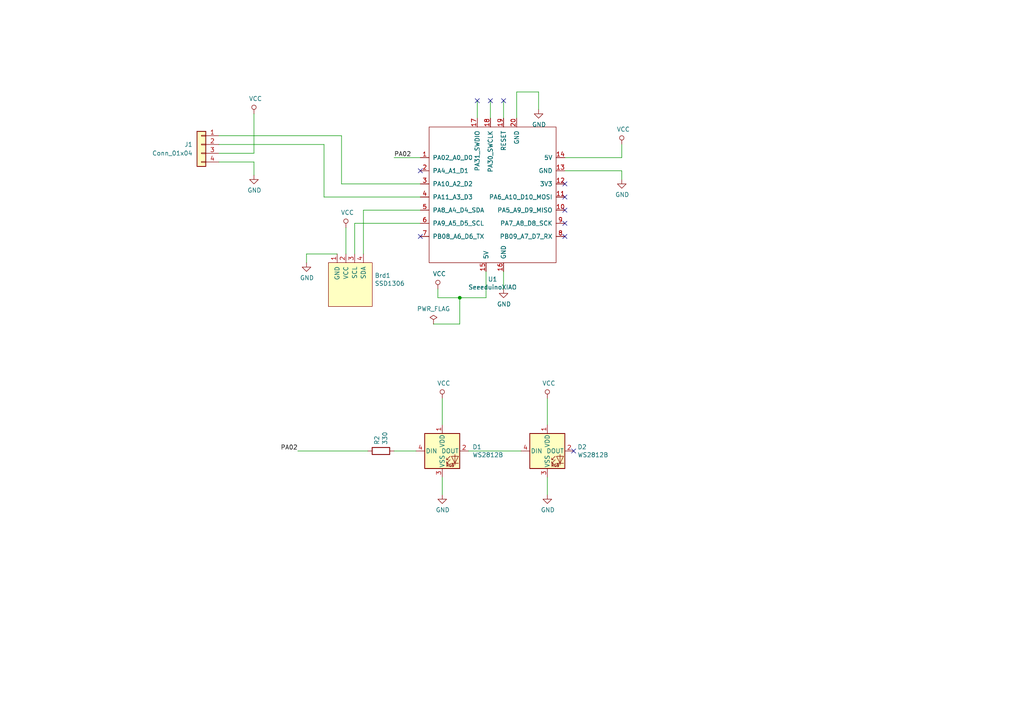
<source format=kicad_sch>
(kicad_sch (version 20231120) (generator "eeschema") (generator_version "8.0")
  (paper "A4")
  (lib_symbols
    (symbol "Connector_Generic:Conn_01x04" (pin_names (offset 1.016) hide)
      (property "Reference" "J" (at 0 5.08 0))
      (property "Value" "Conn_01x04" (at 0 -7.62 0))
      (symbol "Conn_01x04_1_1"
        (rectangle (start -1.27 -4.953) (end 0 -5.207) (stroke (width 0.1524)))
        (rectangle (start -1.27 -2.413) (end 0 -2.667) (stroke (width 0.1524)))
        (rectangle (start -1.27 0.127) (end 0 -0.127) (stroke (width 0.1524)))
        (rectangle (start -1.27 2.667) (end 0 2.413) (stroke (width 0.1524)))
        (rectangle (start -1.27 3.81) (end 1.27 -6.35) (stroke (width 0.254)) (fill (type background)))
        (pin passive line (at -5.08 2.54 0) (length 3.81) (name "Pin_1") (number "1"))
        (pin passive line (at -5.08 0 0) (length 3.81) (name "Pin_2") (number "2"))
        (pin passive line (at -5.08 -2.54 0) (length 3.81) (name "Pin_3") (number "3"))
        (pin passive line (at -5.08 -5.08 0) (length 3.81) (name "Pin_4") (number "4"))
      )
    )
    (symbol "Device:R" (pin_numbers hide) (pin_names (offset 0))
      (property "Reference" "R" (at 2.032 0 90))
      (property "Value" "R" (at 0 0 90))
      (symbol "R_0_1"
        (rectangle (start -1.016 -2.54) (end 1.016 2.54) (stroke (width 0.254)))
      )
      (symbol "R_1_1"
        (pin passive line (at 0 3.81 270) (length 1.27) (name "~") (number "1"))
        (pin passive line (at 0 -3.81 90) (length 1.27) (name "~") (number "2"))
      )
    )
    (symbol "LED:WS2812B" (pin_names (offset 0.254))
      (property "Reference" "D" (at 5.08 5.715 0))
      (property "Value" "WS2812B" (at 1.27 -5.715 0))
      (symbol "WS2812B_0_0"
        (text "RGB" (at 2.286 -4.191 0) (effects (font (size 0.762 0.762))))
      )
      (symbol "WS2812B_0_1"
        (polyline (pts (xy 1.27 -3.556) (xy 1.778 -3.556)))
        (polyline (pts (xy 1.27 -2.54) (xy 1.778 -2.54)))
        (polyline (pts (xy 4.699 -3.556) (xy 2.667 -3.556)))
        (polyline (pts (xy 2.286 -2.54) (xy 1.27 -3.556) (xy 1.27 -3.048)))
        (polyline (pts (xy 2.286 -1.524) (xy 1.27 -2.54) (xy 1.27 -2.032)))
        (polyline (pts (xy 3.683 -1.016) (xy 3.683 -3.556) (xy 3.683 -4.064)))
        (polyline (pts (xy 4.699 -1.524) (xy 2.667 -1.524) (xy 3.683 -3.556) (xy 4.699 -1.524)))
        (rectangle (start 5.08 5.08) (end -5.08 -5.08) (stroke (width 0.254)) (fill (type background)))
      )
      (symbol "WS2812B_1_1"
        (pin power_in line (at 0 7.62 270) (length 2.54) (name "VDD") (number "1"))
        (pin output line (at 7.62 0 180) (length 2.54) (name "DOUT") (number "2"))
        (pin power_in line (at 0 -7.62 90) (length 2.54) (name "VSS") (number "3"))
        (pin input line (at -7.62 0 0) (length 2.54) (name "DIN") (number "4"))
      )
    )
    (symbol "gopher_xiao-rescue:GND-power" (power) (pin_names (offset 0))
      (property "Value" "power_GND" (at 0 -3.81 0))
      (symbol "GND-power_0_1"
        (polyline (pts (xy 0 0) (xy 0 -1.27) (xy 1.27 -1.27) (xy 0 -2.54) (xy -1.27 -1.27) (xy 0 -1.27)))
      )
      (symbol "GND-power_1_1"
        (pin power_in line (at 0 0 270) (length 0) hide (name "GND") (number "1"))
      )
    )
    (symbol "gopher_xiao-rescue:PWR_FLAG-power" (power) (pin_numbers hide) (pin_names (offset 0) hide)
      (property "Value" "power_PWR_FLAG" (at 0 3.81 0))
      (symbol "PWR_FLAG-power_0_0"
        (pin power_out line (at 0 0 90) (length 0) (name "pwr") (number "1"))
      )
      (symbol "PWR_FLAG-power_0_1"
        (polyline (pts (xy 0 0) (xy 0 1.27) (xy -1.016 1.905) (xy 0 2.54) (xy 1.016 1.905) (xy 0 1.27)))
      )
    )
    (symbol "gopher_xiao-rescue:SSD1306-SSD1306" (pin_names (offset 1.016))
      (property "Reference" "Brd" (at 0 -3.81 0))
      (property "Value" "SSD1306_SSD1306" (at 0 -1.27 0))
      (symbol "SSD1306-SSD1306_0_1"
        (rectangle (start -6.35 6.35) (end 6.35 -6.35) (fill (type background)))
      )
      (symbol "SSD1306-SSD1306_1_1"
        (pin input line (at -3.81 8.89 270) (length 2.54) (name "GND") (number "1"))
        (pin input line (at -1.27 8.89 270) (length 2.54) (name "VCC") (number "2"))
        (pin input line (at 1.27 8.89 270) (length 2.54) (name "SCL") (number "3"))
        (pin input line (at 3.81 8.89 270) (length 2.54) (name "SDA") (number "4"))
      )
    )
    (symbol "gopher_xiao-rescue:SeeeduinoXIAO-SeedXIAO" (pin_names (offset 1.016))
      (property "Reference" "U" (at -19.05 22.86 0))
      (property "Value" "SeedXIAO_SeeeduinoXIAO" (at -12.7 21.59 0))
      (symbol "SeeeduinoXIAO-SeedXIAO_0_1"
        (rectangle (start -19.05 20.32) (end 17.78 -19.05))
      )
      (symbol "SeeeduinoXIAO-SeedXIAO_1_1"
        (pin unspecified line (at -21.59 11.43 0) (length 2.54) (name "PA02_A0_D0") (number "1"))
        (pin unspecified line (at 20.32 -3.81 180) (length 2.54) (name "PA5_A9_D9_MISO") (number "10"))
        (pin unspecified line (at 20.32 0 180) (length 2.54) (name "PA6_A10_D10_MOSI") (number "11"))
        (pin unspecified line (at 20.32 3.81 180) (length 2.54) (name "3V3") (number "12"))
        (pin unspecified line (at 20.32 7.62 180) (length 2.54) (name "GND") (number "13"))
        (pin unspecified line (at 20.32 11.43 180) (length 2.54) (name "5V") (number "14"))
        (pin input line (at -2.54 -21.59 90) (length 2.54) (name "5V") (number "15"))
        (pin input line (at 2.54 -21.59 90) (length 2.54) (name "GND") (number "16"))
        (pin input line (at -5.08 22.86 270) (length 2.54) (name "PA31_SWDIO") (number "17"))
        (pin input line (at -1.27 22.86 270) (length 2.54) (name "PA30_SWCLK") (number "18"))
        (pin input line (at 2.54 22.86 270) (length 2.54) (name "RESET") (number "19"))
        (pin unspecified line (at -21.59 7.62 0) (length 2.54) (name "PA4_A1_D1") (number "2"))
        (pin input line (at 6.35 22.86 270) (length 2.54) (name "GND") (number "20"))
        (pin unspecified line (at -21.59 3.81 0) (length 2.54) (name "PA10_A2_D2") (number "3"))
        (pin unspecified line (at -21.59 0 0) (length 2.54) (name "PA11_A3_D3") (number "4"))
        (pin unspecified line (at -21.59 -3.81 0) (length 2.54) (name "PA8_A4_D4_SDA") (number "5"))
        (pin unspecified line (at -21.59 -7.62 0) (length 2.54) (name "PA9_A5_D5_SCL") (number "6"))
        (pin unspecified line (at -21.59 -11.43 0) (length 2.54) (name "PB08_A6_D6_TX") (number "7"))
        (pin unspecified line (at 20.32 -11.43 180) (length 2.54) (name "PB09_A7_D7_RX") (number "8"))
        (pin unspecified line (at 20.32 -7.62 180) (length 2.54) (name "PA7_A8_D8_SCK") (number "9"))
      )
    )
    (symbol "gopher_xiao-rescue:VCC-power" (power) (pin_names (offset 0))
      (property "Value" "power_VCC" (at 0 3.81 0))
      (symbol "VCC-power_0_1"
        (polyline (pts (xy 0 0) (xy 0 1.27)))
        (circle (center 0 1.905) (radius 0.635))
      )
      (symbol "VCC-power_1_1"
        (pin power_in line (at 0 0 90) (length 0) hide (name "VCC") (number "1"))
      )
    )
  )
  (junction (at 133.35 86.36))
  (no_connect (at 163.83 53.34))
  (no_connect (at 121.92 68.58))
  (no_connect (at 163.83 64.77))
  (no_connect (at 163.83 60.96))
  (no_connect (at 146.05 29.21))
  (no_connect (at 163.83 68.58))
  (no_connect (at 163.83 57.15))
  (no_connect (at 121.92 49.53))
  (no_connect (at 166.37 130.81))
  (no_connect (at 142.24 29.21))
  (no_connect (at 138.43 29.21))
  (wire (pts (xy 128.27 138.43) (xy 128.27 143.51)))
  (wire (pts (xy 125.73 93.98) (xy 133.35 93.98)))
  (wire (pts (xy 121.92 64.77) (xy 102.87 64.77)))
  (wire (pts (xy 180.34 49.53) (xy 180.34 52.07)))
  (wire (pts (xy 73.66 44.45) (xy 63.5 44.45)))
  (wire (pts (xy 63.5 39.37) (xy 99.06 39.37)))
  (wire (pts (xy 158.75 115.57) (xy 158.75 123.19)))
  (wire (pts (xy 99.06 53.34) (xy 121.92 53.34)))
  (wire (pts (xy 146.05 29.21) (xy 146.05 34.29)))
  (wire (pts (xy 142.24 29.21) (xy 142.24 34.29)))
  (wire (pts (xy 73.66 46.99) (xy 73.66 50.8)))
  (wire (pts (xy 100.33 66.04) (xy 100.33 73.66)))
  (wire (pts (xy 149.86 34.29) (xy 149.86 26.67)))
  (wire (pts (xy 163.83 45.72) (xy 180.34 45.72)))
  (wire (pts (xy 135.89 130.81) (xy 151.13 130.81)))
  (wire (pts (xy 163.83 49.53) (xy 180.34 49.53)))
  (wire (pts (xy 140.97 86.36) (xy 140.97 78.74)))
  (wire (pts (xy 93.98 57.15) (xy 93.98 41.91)))
  (wire (pts (xy 121.92 57.15) (xy 93.98 57.15)))
  (wire (pts (xy 86.36 130.81) (xy 106.68 130.81)))
  (wire (pts (xy 149.86 26.67) (xy 156.21 26.67)))
  (wire (pts (xy 127 86.36) (xy 133.35 86.36)))
  (wire (pts (xy 63.5 41.91) (xy 93.98 41.91)))
  (wire (pts (xy 133.35 93.98) (xy 133.35 86.36)))
  (wire (pts (xy 121.92 60.96) (xy 105.41 60.96)))
  (wire (pts (xy 88.9 73.66) (xy 88.9 76.2)))
  (wire (pts (xy 146.05 78.74) (xy 146.05 83.82)))
  (wire (pts (xy 63.5 46.99) (xy 73.66 46.99)))
  (wire (pts (xy 133.35 86.36) (xy 140.97 86.36)))
  (wire (pts (xy 128.27 115.57) (xy 128.27 123.19)))
  (wire (pts (xy 114.3 130.81) (xy 120.65 130.81)))
  (wire (pts (xy 73.66 33.02) (xy 73.66 44.45)))
  (wire (pts (xy 121.92 45.72) (xy 114.3 45.72)))
  (wire (pts (xy 88.9 73.66) (xy 97.79 73.66)))
  (wire (pts (xy 102.87 64.77) (xy 102.87 73.66)))
  (wire (pts (xy 180.34 45.72) (xy 180.34 41.91)))
  (wire (pts (xy 138.43 29.21) (xy 138.43 34.29)))
  (wire (pts (xy 156.21 26.67) (xy 156.21 31.75)))
  (wire (pts (xy 158.75 138.43) (xy 158.75 143.51)))
  (wire (pts (xy 99.06 39.37) (xy 99.06 53.34)))
  (wire (pts (xy 105.41 60.96) (xy 105.41 73.66)))
  (wire (pts (xy 127 83.82) (xy 127 86.36)))
  (label "PA02" (at 114.3 45.72 0))
  (label "PA02" (at 86.36 130.81 180))
  (symbol (lib_id "LED:WS2812B") (at 128.27 130.81 0) (unit 1)
    (property "Reference" "D1" (at 137.0076 129.6416 0) (effects (justify left)))
    (property "Value" "WS2812B" (at 137.0076 131.953 0) (effects (justify left)))
    (property "Footprint" "LED_SMD:LED_WS2812B_PLCC4_5.0x5.0mm_P3.2mm" (effects (hide yes)))
    (property "Datasheet" "https://cdn-shop.adafruit.com/datasheets/WS2812B.pdf" (effects (hide yes)))
  )
  (symbol (lib_id "LED:WS2812B") (at 158.75 130.81 0) (unit 1)
    (property "Reference" "D2" (at 167.4876 129.6416 0) (effects (justify left)))
    (property "Value" "WS2812B" (at 167.4876 131.953 0) (effects (justify left)))
    (property "Footprint" "LED_SMD:LED_WS2812B_PLCC4_5.0x5.0mm_P3.2mm" (effects (hide yes)))
    (property "Datasheet" "https://cdn-shop.adafruit.com/datasheets/WS2812B.pdf" (effects (hide yes)))
  )
  (symbol (lib_id "Device:R") (at 110.49 130.81 90) (unit 1)
    (property "Reference" "R2" (at 109.3216 129.032 0) (effects (justify left)))
    (property "Value" "330" (at 111.633 129.032 0) (effects (justify left)))
    (property "Footprint" "Resistor_SMD:R_0805_2012Metric" (effects (hide yes)))
  )
  (symbol (lib_id "gopher_xiao-rescue:VCC-power") (at 128.27 115.57 0) (unit 1)
    (property "Reference" "#PWR01" (effects (hide yes)))
    (property "Value" "VCC" (at 128.7018 111.1758 0))
  )
  (symbol (lib_id "gopher_xiao-rescue:VCC-power") (at 158.75 115.57 0) (unit 1)
    (property "Reference" "#PWR011" (effects (hide yes)))
    (property "Value" "VCC" (at 159.1818 111.1758 0))
  )
  (symbol (lib_id "gopher_xiao-rescue:GND-power") (at 128.27 143.51 0) (unit 1)
    (property "Reference" "#PWR08" (effects (hide yes)))
    (property "Value" "GND" (at 128.397 147.9042 0))
  )
  (symbol (lib_id "gopher_xiao-rescue:GND-power") (at 158.75 143.51 0) (unit 1)
    (property "Reference" "#PWR012" (effects (hide yes)))
    (property "Value" "GND" (at 158.877 147.9042 0))
  )
  (symbol (lib_id "gopher_xiao-rescue:SeeeduinoXIAO-SeedXIAO") (at 143.51 57.15 0) (unit 1)
    (property "Reference" "U1" (at 142.875 81.0006 0))
    (property "Value" "SeeeduinoXIAO" (at 142.875 83.312 0))
    (property "Footprint" "XIAO:Seeeduino XIAO-MOUDLE14P-2.54-21X17.8MM_PinSocket" (effects (hide yes)))
  )
  (symbol (lib_id "gopher_xiao-rescue:VCC-power") (at 127 83.82 0) (unit 1)
    (property "Reference" "#PWR02" (effects (hide yes)))
    (property "Value" "VCC" (at 127.4318 79.4258 0))
  )
  (symbol (lib_id "gopher_xiao-rescue:SSD1306-SSD1306") (at 101.6 82.55 0) (unit 1)
    (property "Reference" "Brd1" (at 108.6612 79.9084 0) (effects (justify left)))
    (property "Value" "SSD1306" (at 108.6612 82.2198 0) (effects (justify left)))
    (property "Footprint" "XIAO:128x64OLED" (effects (hide yes)))
  )
  (symbol (lib_id "gopher_xiao-rescue:GND-power") (at 146.05 83.82 0) (unit 1)
    (property "Reference" "#PWR03" (effects (hide yes)))
    (property "Value" "GND" (at 146.177 88.2142 0))
  )
  (symbol (lib_id "gopher_xiao-rescue:VCC-power") (at 180.34 41.91 0) (unit 1)
    (property "Reference" "#PWR0102" (effects (hide yes)))
    (property "Value" "VCC" (at 180.7718 37.5158 0))
  )
  (symbol (lib_id "gopher_xiao-rescue:GND-power") (at 180.34 52.07 0) (unit 1)
    (property "Reference" "#PWR0103" (effects (hide yes)))
    (property "Value" "GND" (at 180.467 56.4642 0))
  )
  (symbol (lib_id "gopher_xiao-rescue:GND-power") (at 88.9 76.2 0) (unit 1)
    (property "Reference" "#PWR0104" (effects (hide yes)))
    (property "Value" "GND" (at 89.027 80.5942 0))
  )
  (symbol (lib_id "gopher_xiao-rescue:VCC-power") (at 100.33 66.04 0) (unit 1)
    (property "Reference" "#PWR0105" (effects (hide yes)))
    (property "Value" "VCC" (at 100.7618 61.6458 0))
  )
  (symbol (lib_id "gopher_xiao-rescue:PWR_FLAG-power") (at 125.73 93.98 0) (unit 1)
    (property "Reference" "#FLG0101" (effects (hide yes)))
    (property "Value" "PWR_FLAG" (at 125.73 89.5858 0))
  )
  (symbol (lib_id "gopher_xiao-rescue:GND-power") (at 156.21 31.75 0) (unit 1)
    (property "Reference" "#PWR0101" (effects (hide yes)))
    (property "Value" "GND" (at 156.337 36.1442 0))
  )
  (symbol (lib_id "Connector_Generic:Conn_01x04") (at 58.42 41.91 0) (mirror y) (unit 1)
    (property "Reference" "J1" (at 55.88 41.9099 0) (effects (justify left)))
    (property "Value" "Conn_01x04" (at 55.88 44.4499 0) (effects (justify left)))
    (property "Footprint" "Connector:NS-Tech_Grove_1x04_P2mm_Vertical" (effects (hide yes)))
    (property "Description" "Generic connector, single row, 01x04, script generated (kicad-library-utils/schlib/autogen/connector/)" (effects (hide yes)))
  )
  (symbol (lib_id "gopher_xiao-rescue:VCC-power") (at 73.66 33.02 0) (unit 1)
    (property "Reference" "#PWR05" (effects (hide yes)))
    (property "Value" "VCC" (at 74.0918 28.6258 0))
  )
  (symbol (lib_id "gopher_xiao-rescue:GND-power") (at 73.66 50.8 0) (unit 1)
    (property "Reference" "#PWR04" (effects (hide yes)))
    (property "Value" "GND" (at 73.787 55.1942 0))
  )
)
</source>
